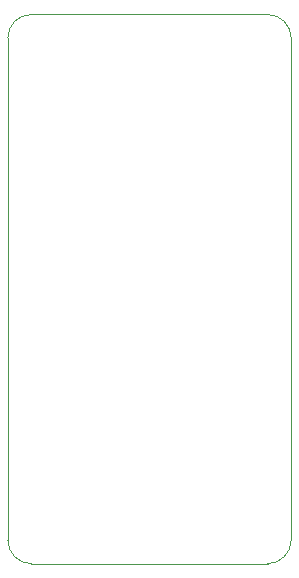
<source format=gbr>
%TF.GenerationSoftware,KiCad,Pcbnew,(6.0.9)*%
%TF.CreationDate,2023-03-12T14:29:19+01:00*%
%TF.ProjectId,ESP32-C3 Devboard,45535033-322d-4433-9320-446576626f61,rev?*%
%TF.SameCoordinates,Original*%
%TF.FileFunction,Profile,NP*%
%FSLAX46Y46*%
G04 Gerber Fmt 4.6, Leading zero omitted, Abs format (unit mm)*
G04 Created by KiCad (PCBNEW (6.0.9)) date 2023-03-12 14:29:19*
%MOMM*%
%LPD*%
G01*
G04 APERTURE LIST*
%TA.AperFunction,Profile*%
%ADD10C,0.100000*%
%TD*%
G04 APERTURE END LIST*
D10*
X112460000Y-89500000D02*
G75*
G03*
X114460000Y-91500000I2000000J0D01*
G01*
X134460000Y-45000000D02*
X114460000Y-45000000D01*
X112460000Y-47000000D02*
X112460000Y-89500000D01*
X114460000Y-91500000D02*
X134460000Y-91500000D01*
X136460000Y-89500000D02*
X136460000Y-47000000D01*
X134460000Y-91500000D02*
G75*
G03*
X136460000Y-89500000I0J2000000D01*
G01*
X114460000Y-45000000D02*
G75*
G03*
X112460000Y-47000000I0J-2000000D01*
G01*
X136460000Y-47000000D02*
G75*
G03*
X134460000Y-45000000I-2000000J0D01*
G01*
M02*

</source>
